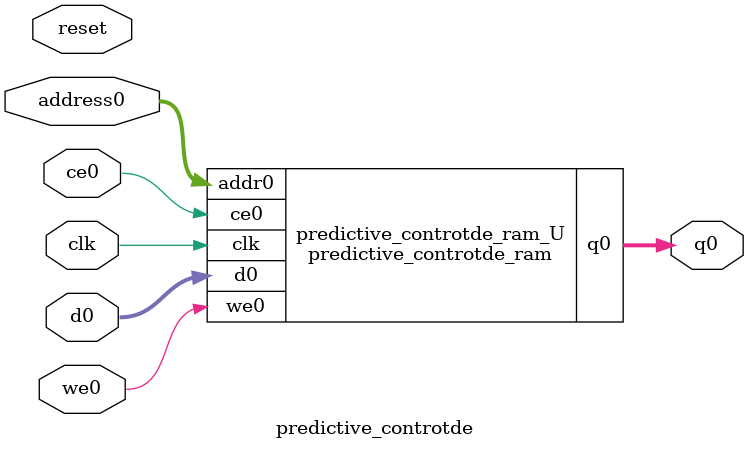
<source format=v>
`timescale 1 ns / 1 ps
module predictive_controtde_ram (addr0, ce0, d0, we0, q0,  clk);

parameter DWIDTH = 32;
parameter AWIDTH = 8;
parameter MEM_SIZE = 144;

input[AWIDTH-1:0] addr0;
input ce0;
input[DWIDTH-1:0] d0;
input we0;
output reg[DWIDTH-1:0] q0;
input clk;

(* ram_style = "block" *)reg [DWIDTH-1:0] ram[0:MEM_SIZE-1];




always @(posedge clk)  
begin 
    if (ce0) 
    begin
        if (we0) 
        begin 
            ram[addr0] <= d0; 
        end 
        q0 <= ram[addr0];
    end
end


endmodule

`timescale 1 ns / 1 ps
module predictive_controtde(
    reset,
    clk,
    address0,
    ce0,
    we0,
    d0,
    q0);

parameter DataWidth = 32'd32;
parameter AddressRange = 32'd144;
parameter AddressWidth = 32'd8;
input reset;
input clk;
input[AddressWidth - 1:0] address0;
input ce0;
input we0;
input[DataWidth - 1:0] d0;
output[DataWidth - 1:0] q0;



predictive_controtde_ram predictive_controtde_ram_U(
    .clk( clk ),
    .addr0( address0 ),
    .ce0( ce0 ),
    .we0( we0 ),
    .d0( d0 ),
    .q0( q0 ));

endmodule


</source>
